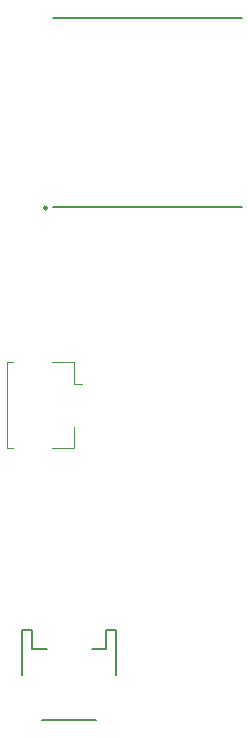
<source format=gbr>
G04 #@! TF.FileFunction,Legend,Bot*
%FSLAX46Y46*%
G04 Gerber Fmt 4.6, Leading zero omitted, Abs format (unit mm)*
G04 Created by KiCad (PCBNEW 4.0.7-e2-6376~58~ubuntu16.04.1) date Tue Jul 10 13:57:42 2018*
%MOMM*%
%LPD*%
G01*
G04 APERTURE LIST*
%ADD10C,0.100000*%
%ADD11C,0.300000*%
%ADD12C,0.150000*%
%ADD13C,0.120000*%
G04 APERTURE END LIST*
D10*
D11*
X2418111Y38293100D02*
G75*
G03X2418111Y38293100I-70711J0D01*
G01*
D12*
X2947400Y38393100D02*
X18947400Y38393100D01*
X2947400Y54393100D02*
X18947400Y54393100D01*
X1193400Y980100D02*
X1193400Y2580100D01*
X1193400Y2580100D02*
X393400Y2580100D01*
X393400Y2580100D02*
X393400Y-1269900D01*
X6643400Y-5019900D02*
X2043400Y-5019900D01*
X7493400Y980100D02*
X7493400Y2580100D01*
X7493400Y2580100D02*
X8293400Y2580100D01*
X8293400Y2580100D02*
X8293400Y-1269900D01*
X1193400Y980100D02*
X2443400Y980100D01*
X7493400Y980100D02*
X6243400Y980100D01*
D13*
X2927000Y25250000D02*
X4727000Y25250000D01*
X4727000Y25250000D02*
X4727000Y23400000D01*
X4727000Y23400000D02*
X5467000Y23400000D01*
X2927000Y17930000D02*
X4727000Y17930000D01*
X4727000Y17930000D02*
X4727000Y19780000D01*
X-393000Y25250000D02*
X-943000Y25250000D01*
X-943000Y25250000D02*
X-943000Y17930000D01*
X-943000Y17930000D02*
X-393000Y17930000D01*
M02*

</source>
